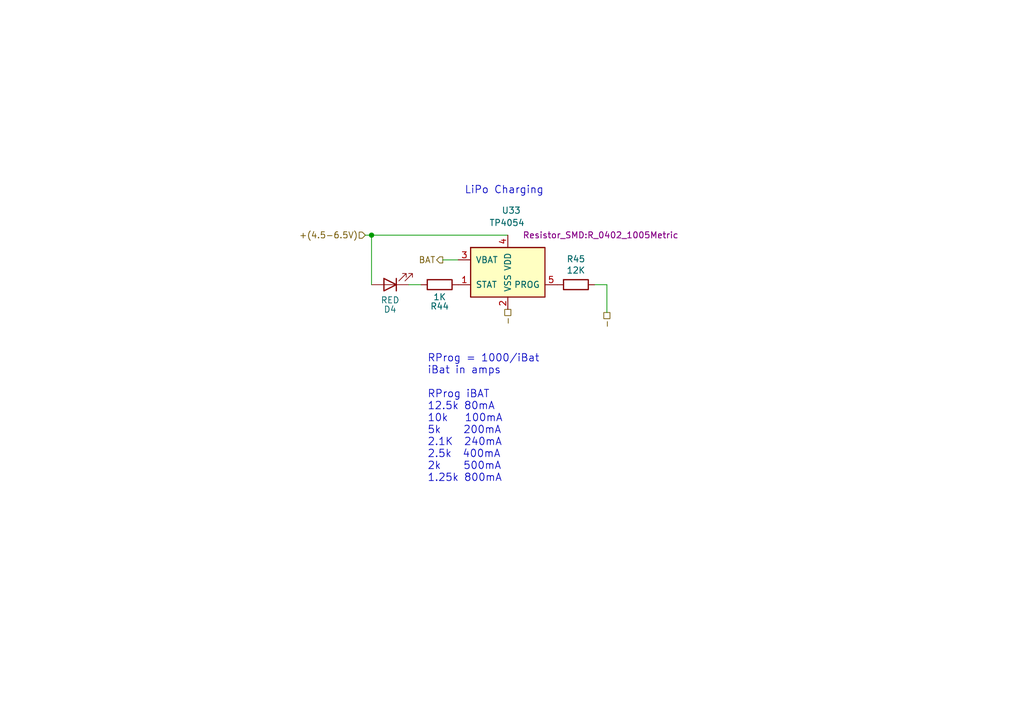
<source format=kicad_sch>
(kicad_sch (version 20230121) (generator eeschema)
  (paper "A5")
  (lib_symbols
    (symbol "Battery_Management:MCP73832-2-OT" (pin_names (offset 1.016))
      (property "Reference" "U" (at -7.62 6.35 0))
      (property "Value" "MCP73832-2-OT" (at 1.27 6.35 0))
      (symbol "MCP73832-2-OT_0_1"
        (rectangle (start -7.62 5.08) (end 7.62 -5.08) (stroke (width 0.254)) (fill (type background)))
      )
      (symbol "MCP73832-2-OT_1_1"
        (pin output line (at 10.16 -2.54 180) (length 2.54) (name "STAT") (number "1"))
        (pin power_in line (at 0 -7.62 90) (length 2.54) (name "VSS") (number "2"))
        (pin power_out line (at 10.16 2.54 180) (length 2.54) (name "VBAT") (number "3"))
        (pin power_in line (at 0 7.62 270) (length 2.54) (name "VDD") (number "4"))
        (pin input line (at -10.16 -2.54 0) (length 2.54) (name "PROG") (number "5"))
      )
    )
    (symbol "Device:LED" (pin_numbers hide) (pin_names (offset 1.016) hide)
      (property "Reference" "D" (at 0 2.54 0))
      (property "Value" "LED" (at 0 -2.54 0))
      (symbol "LED_0_1"
        (polyline (pts (xy -1.27 -1.27) (xy -1.27 1.27)) (stroke (width 0.254)))
        (polyline (pts (xy -1.27 0) (xy 1.27 0)))
        (polyline (pts (xy 1.27 -1.27) (xy 1.27 1.27) (xy -1.27 0) (xy 1.27 -1.27)) (stroke (width 0.254)))
        (polyline (pts (xy -3.048 -0.762) (xy -4.572 -2.286) (xy -3.81 -2.286) (xy -4.572 -2.286) (xy -4.572 -1.524)))
        (polyline (pts (xy -1.778 -0.762) (xy -3.302 -2.286) (xy -2.54 -2.286) (xy -3.302 -2.286) (xy -3.302 -1.524)))
      )
      (symbol "LED_1_1"
        (pin passive line (at -3.81 0 0) (length 2.54) (name "K") (number "1"))
        (pin passive line (at 3.81 0 180) (length 2.54) (name "A") (number "2"))
      )
    )
    (symbol "nrfmicro-rescue:R" (pin_numbers hide) (pin_names (offset 0))
      (property "Reference" "R" (at 2.032 0 90))
      (property "Value" "R" (at 0 0 90))
      (symbol "R_0_1"
        (rectangle (start -1.016 -2.54) (end 1.016 2.54) (stroke (width 0.254)))
      )
      (symbol "R_1_1"
        (pin passive line (at 0 3.81 270) (length 1.27) (name "~") (number "1"))
        (pin passive line (at 0 -3.81 90) (length 1.27) (name "~") (number "2"))
      )
    )
  )
  (junction (at 76.2 48.26))
  (wire (pts (xy 83.82 58.42) (xy 86.36 58.42)))
  (wire (pts (xy 76.2 58.42) (xy 76.2 48.26)))
  (wire (pts (xy 124.46 58.42) (xy 124.46 64.135)))
  (wire (pts (xy 76.2 48.26) (xy 104.14 48.26)))
  (wire (pts (xy 74.93 48.26) (xy 76.2 48.26)))
  (wire (pts (xy 90.805 53.34) (xy 93.98 53.34)))
  (wire (pts (xy 121.92 58.42) (xy 124.46 58.42)))
  (text "RProg = 1000/iBat\niBat in amps\n\nRProg iBAT\n12.5k 80mA\n10k   100mA\n5k    200mA\n2.1K  240mA\n2.5k  400mA\n2k    500mA\n1.25k 800mA" (at 87.63 99.06 0) (effects (font (size 1.524 1.524)) (justify left bottom)))
  (text "LiPo Charging\n" (at 95.25 40.005 0) (effects (font (size 1.524 1.524)) (justify left bottom)))
  (hierarchical_label "-" (shape passive) (at 104.14 63.5 270))
  (hierarchical_label "BAT" (shape output) (at 90.805 53.34 180))
  (hierarchical_label "+(4.5-6.5V)" (shape input) (at 74.93 48.26 180))
  (hierarchical_label "-" (shape passive) (at 124.46 64.135 270))
  (symbol (lib_id "Battery_Management:MCP73832-2-OT") (at 104.14 55.88 0) (mirror y) (unit 1)
    (property "Reference" "U33" (at 102.87 43.18 0) (effects (justify right)))
    (property "Value" "TP4054" (at 100.33 45.72 0) (effects (justify right)))
    (property "Footprint" "Package_TO_SOT_SMD:SOT-23-5" (effects hide))
    (property "Datasheet" "http://ww1.microchip.com/downloads/en/DeviceDoc/20001984g.pdf" (effects hide))
  )
  (symbol (lib_id "nrfmicro-rescue:R") (at 90.17 58.42 90) (unit 1)
    (property "Reference" "R44" (at 90.17 62.865 90))
    (property "Value" "1K" (at 90.17 60.96 90))
    (property "Footprint" "Resistor_SMD:R_0402_1005Metric" (effects hide))
  )
  (symbol (lib_id "nrfmicro-rescue:R") (at 118.11 58.42 90) (unit 1)
    (property "Reference" "R45" (at 118.11 53.1622 90))
    (property "Value" "12K" (at 118.11 55.4736 90))
    (property "Footprint" "Resistor_SMD:R_0402_1005Metric" (at 123.19 48.26 90))
  )
  (symbol (lib_id "Device:LED") (at 80.01 58.42 180) (unit 1)
    (property "Reference" "D4" (at 80.01 63.5 0))
    (property "Value" "RED" (at 80.01 61.595 0))
    (property "Footprint" "LED_SMD:LED_0402_1005Metric" (effects hide))
  )
)
</source>
